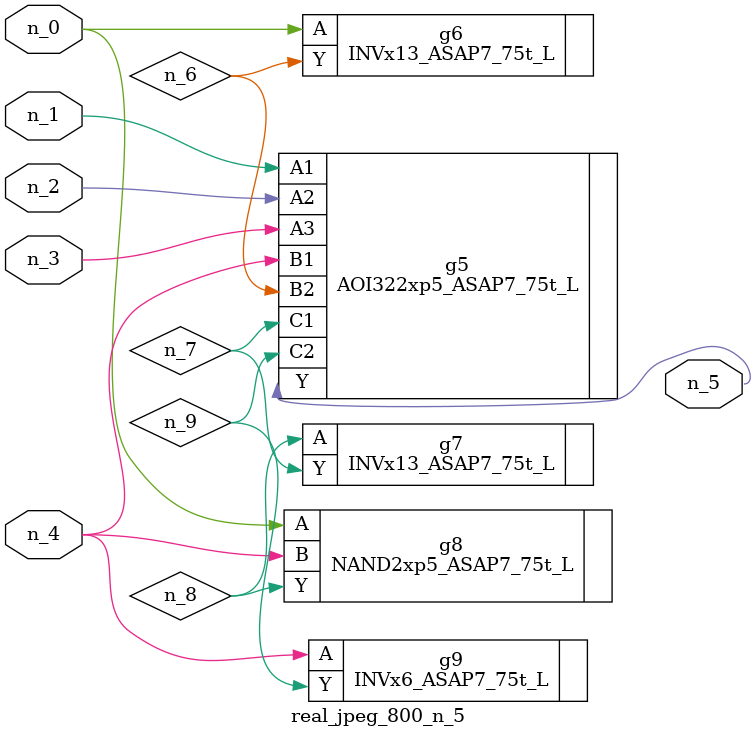
<source format=v>
module real_jpeg_800_n_5 (n_4, n_0, n_1, n_2, n_3, n_5);

input n_4;
input n_0;
input n_1;
input n_2;
input n_3;

output n_5;

wire n_8;
wire n_6;
wire n_7;
wire n_9;

INVx13_ASAP7_75t_L g6 ( 
.A(n_0),
.Y(n_6)
);

NAND2xp5_ASAP7_75t_L g8 ( 
.A(n_0),
.B(n_4),
.Y(n_8)
);

AOI322xp5_ASAP7_75t_L g5 ( 
.A1(n_1),
.A2(n_2),
.A3(n_3),
.B1(n_4),
.B2(n_6),
.C1(n_7),
.C2(n_9),
.Y(n_5)
);

INVx6_ASAP7_75t_L g9 ( 
.A(n_4),
.Y(n_9)
);

INVx13_ASAP7_75t_L g7 ( 
.A(n_8),
.Y(n_7)
);


endmodule
</source>
